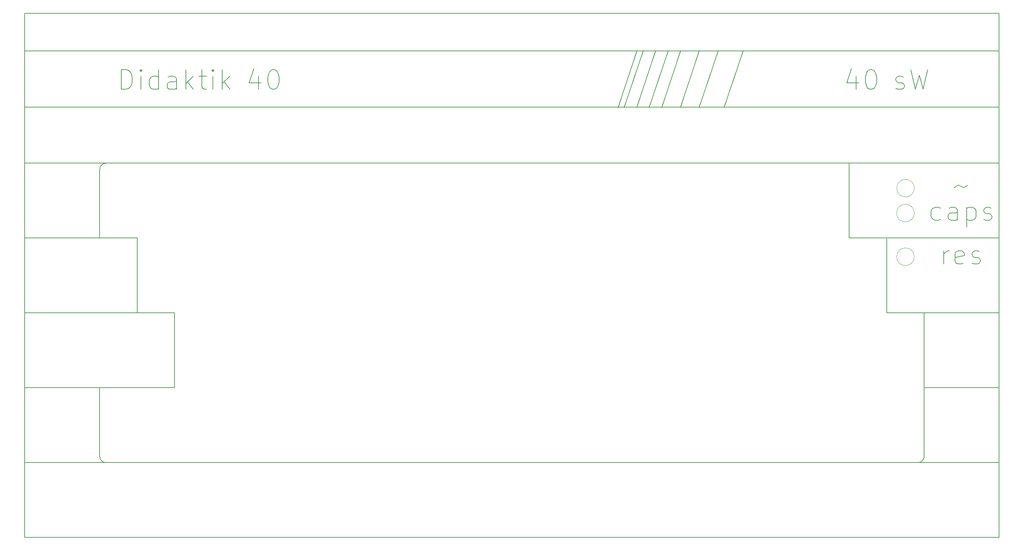
<source format=gbr>
%TF.GenerationSoftware,KiCad,Pcbnew,(7.0.0)*%
%TF.CreationDate,2023-05-29T16:40:41+02:00*%
%TF.ProjectId,Didaktik,44696461-6b74-4696-9b2e-6b696361645f,rev?*%
%TF.SameCoordinates,Original*%
%TF.FileFunction,Other,Comment*%
%FSLAX46Y46*%
G04 Gerber Fmt 4.6, Leading zero omitted, Abs format (unit mm)*
G04 Created by KiCad (PCBNEW (7.0.0)) date 2023-05-29 16:40:41*
%MOMM*%
%LPD*%
G01*
G04 APERTURE LIST*
%ADD10C,0.100000*%
%ADD11C,0.200000*%
%ADD12C,0.150000*%
G04 APERTURE END LIST*
D10*
X238782564Y-44450000D02*
G75*
G03*
X238782564Y-44450000I-2245064J0D01*
G01*
D11*
X31750000Y-88900000D02*
X12700000Y-88900000D01*
X33337500Y-107950000D02*
X239712500Y-107950000D01*
X222250000Y-31750000D02*
X222250000Y-50800000D01*
X31750000Y-50800000D02*
X41275000Y-50800000D01*
X239712500Y-107950000D02*
X260350000Y-107950000D01*
X12700000Y6350000D02*
X260350000Y6350000D01*
X260350000Y6350000D02*
X260350000Y-127000000D01*
X260350000Y-127000000D02*
X12700000Y-127000000D01*
X12700000Y-127000000D02*
X12700000Y6350000D01*
X239712500Y-107950000D02*
G75*
G03*
X241300000Y-106362500I0J1587500D01*
G01*
D12*
X12700000Y-17462500D02*
X260350000Y-17462500D01*
X165100000Y-17462500D02*
X169862500Y-3175000D01*
D11*
X50800000Y-69850000D02*
X41275000Y-69850000D01*
D12*
X41275000Y-69850000D02*
X12700000Y-69850000D01*
D11*
X33337500Y-107950000D02*
X12700000Y-107950000D01*
X31750000Y-50800000D02*
X12700000Y-50800000D01*
X33337500Y-31750000D02*
G75*
G03*
X31750000Y-33337500I0J-1587500D01*
G01*
X231775000Y-50927000D02*
X231775000Y-69850000D01*
D12*
X231775000Y-50800000D02*
X260350000Y-50800000D01*
D11*
X231775000Y-69850000D02*
X241300000Y-69850000D01*
X41275000Y-69850000D02*
X41275000Y-50800000D01*
X241300000Y-88900000D02*
X260350000Y-88900000D01*
X50800000Y-88900000D02*
X50800000Y-69850000D01*
X222250000Y-31750000D02*
X260350000Y-31750000D01*
D12*
X163512500Y-17462500D02*
X168275000Y-3175000D01*
D11*
X31750000Y-88900000D02*
X50800000Y-88900000D01*
X31750000Y-106362500D02*
G75*
G03*
X33337500Y-107950000I1587500J0D01*
G01*
D12*
X174625000Y-17462500D02*
X179387500Y-3175000D01*
X12700000Y-3175000D02*
X260350000Y-3175000D01*
D11*
X31750000Y-33337500D02*
X31750000Y-50800000D01*
D12*
X171450000Y-17462500D02*
X176212500Y-3175000D01*
D11*
X241300000Y-69850000D02*
X241300000Y-106362500D01*
D10*
X238782564Y-55562500D02*
G75*
G03*
X238782564Y-55562500I-2245064J0D01*
G01*
D11*
X31750000Y-31750000D02*
X222250000Y-31750000D01*
D12*
X190500000Y-17462500D02*
X195262500Y-3175000D01*
X184150000Y-17462500D02*
X188912500Y-3175000D01*
D11*
X31750000Y-31750000D02*
X12700000Y-31750000D01*
X222250000Y-50800000D02*
X231775000Y-50800000D01*
X31750000Y-88900000D02*
X31750000Y-106362500D01*
D10*
X238805128Y-38100000D02*
G75*
G03*
X238805128Y-38100000I-2245064J0D01*
G01*
D12*
X179387500Y-17462500D02*
X184150000Y-3175000D01*
D11*
X241300000Y-69850000D02*
X260350000Y-69850000D01*
D12*
X168275000Y-17462500D02*
X173037500Y-3175000D01*
X246301191Y-57399404D02*
X246301191Y-54066071D01*
X246301191Y-55018452D02*
X246539286Y-54542261D01*
X246539286Y-54542261D02*
X246777381Y-54304166D01*
X246777381Y-54304166D02*
X247253572Y-54066071D01*
X247253572Y-54066071D02*
X247729762Y-54066071D01*
X251301191Y-57161309D02*
X250825000Y-57399404D01*
X250825000Y-57399404D02*
X249872619Y-57399404D01*
X249872619Y-57399404D02*
X249396429Y-57161309D01*
X249396429Y-57161309D02*
X249158333Y-56685119D01*
X249158333Y-56685119D02*
X249158333Y-54780357D01*
X249158333Y-54780357D02*
X249396429Y-54304166D01*
X249396429Y-54304166D02*
X249872619Y-54066071D01*
X249872619Y-54066071D02*
X250825000Y-54066071D01*
X250825000Y-54066071D02*
X251301191Y-54304166D01*
X251301191Y-54304166D02*
X251539286Y-54780357D01*
X251539286Y-54780357D02*
X251539286Y-55256547D01*
X251539286Y-55256547D02*
X249158333Y-55732738D01*
X253444047Y-57161309D02*
X253920238Y-57399404D01*
X253920238Y-57399404D02*
X254872619Y-57399404D01*
X254872619Y-57399404D02*
X255348809Y-57161309D01*
X255348809Y-57161309D02*
X255586905Y-56685119D01*
X255586905Y-56685119D02*
X255586905Y-56447023D01*
X255586905Y-56447023D02*
X255348809Y-55970833D01*
X255348809Y-55970833D02*
X254872619Y-55732738D01*
X254872619Y-55732738D02*
X254158333Y-55732738D01*
X254158333Y-55732738D02*
X253682143Y-55494642D01*
X253682143Y-55494642D02*
X253444047Y-55018452D01*
X253444047Y-55018452D02*
X253444047Y-54780357D01*
X253444047Y-54780357D02*
X253682143Y-54304166D01*
X253682143Y-54304166D02*
X254158333Y-54066071D01*
X254158333Y-54066071D02*
X254872619Y-54066071D01*
X254872619Y-54066071D02*
X255348809Y-54304166D01*
X37197619Y-12949404D02*
X37197619Y-7949404D01*
X37197619Y-7949404D02*
X38388095Y-7949404D01*
X38388095Y-7949404D02*
X39102381Y-8187500D01*
X39102381Y-8187500D02*
X39578571Y-8663690D01*
X39578571Y-8663690D02*
X39816666Y-9139880D01*
X39816666Y-9139880D02*
X40054762Y-10092261D01*
X40054762Y-10092261D02*
X40054762Y-10806547D01*
X40054762Y-10806547D02*
X39816666Y-11758928D01*
X39816666Y-11758928D02*
X39578571Y-12235119D01*
X39578571Y-12235119D02*
X39102381Y-12711309D01*
X39102381Y-12711309D02*
X38388095Y-12949404D01*
X38388095Y-12949404D02*
X37197619Y-12949404D01*
X42197619Y-12949404D02*
X42197619Y-9616071D01*
X42197619Y-7949404D02*
X41959523Y-8187500D01*
X41959523Y-8187500D02*
X42197619Y-8425595D01*
X42197619Y-8425595D02*
X42435714Y-8187500D01*
X42435714Y-8187500D02*
X42197619Y-7949404D01*
X42197619Y-7949404D02*
X42197619Y-8425595D01*
X46721428Y-12949404D02*
X46721428Y-7949404D01*
X46721428Y-12711309D02*
X46245237Y-12949404D01*
X46245237Y-12949404D02*
X45292856Y-12949404D01*
X45292856Y-12949404D02*
X44816666Y-12711309D01*
X44816666Y-12711309D02*
X44578571Y-12473214D01*
X44578571Y-12473214D02*
X44340475Y-11997023D01*
X44340475Y-11997023D02*
X44340475Y-10568452D01*
X44340475Y-10568452D02*
X44578571Y-10092261D01*
X44578571Y-10092261D02*
X44816666Y-9854166D01*
X44816666Y-9854166D02*
X45292856Y-9616071D01*
X45292856Y-9616071D02*
X46245237Y-9616071D01*
X46245237Y-9616071D02*
X46721428Y-9854166D01*
X51245238Y-12949404D02*
X51245238Y-10330357D01*
X51245238Y-10330357D02*
X51007143Y-9854166D01*
X51007143Y-9854166D02*
X50530952Y-9616071D01*
X50530952Y-9616071D02*
X49578571Y-9616071D01*
X49578571Y-9616071D02*
X49102381Y-9854166D01*
X51245238Y-12711309D02*
X50769047Y-12949404D01*
X50769047Y-12949404D02*
X49578571Y-12949404D01*
X49578571Y-12949404D02*
X49102381Y-12711309D01*
X49102381Y-12711309D02*
X48864285Y-12235119D01*
X48864285Y-12235119D02*
X48864285Y-11758928D01*
X48864285Y-11758928D02*
X49102381Y-11282738D01*
X49102381Y-11282738D02*
X49578571Y-11044642D01*
X49578571Y-11044642D02*
X50769047Y-11044642D01*
X50769047Y-11044642D02*
X51245238Y-10806547D01*
X53626191Y-12949404D02*
X53626191Y-7949404D01*
X54102381Y-11044642D02*
X55530953Y-12949404D01*
X55530953Y-9616071D02*
X53626191Y-11520833D01*
X56959524Y-9616071D02*
X58864286Y-9616071D01*
X57673810Y-7949404D02*
X57673810Y-12235119D01*
X57673810Y-12235119D02*
X57911905Y-12711309D01*
X57911905Y-12711309D02*
X58388095Y-12949404D01*
X58388095Y-12949404D02*
X58864286Y-12949404D01*
X60530953Y-12949404D02*
X60530953Y-9616071D01*
X60530953Y-7949404D02*
X60292857Y-8187500D01*
X60292857Y-8187500D02*
X60530953Y-8425595D01*
X60530953Y-8425595D02*
X60769048Y-8187500D01*
X60769048Y-8187500D02*
X60530953Y-7949404D01*
X60530953Y-7949404D02*
X60530953Y-8425595D01*
X62911905Y-12949404D02*
X62911905Y-7949404D01*
X63388095Y-11044642D02*
X64816667Y-12949404D01*
X64816667Y-9616071D02*
X62911905Y-11520833D01*
X72102381Y-9616071D02*
X72102381Y-12949404D01*
X70911905Y-7711309D02*
X69721428Y-11282738D01*
X69721428Y-11282738D02*
X72816667Y-11282738D01*
X75673810Y-7949404D02*
X76150000Y-7949404D01*
X76150000Y-7949404D02*
X76626191Y-8187500D01*
X76626191Y-8187500D02*
X76864286Y-8425595D01*
X76864286Y-8425595D02*
X77102381Y-8901785D01*
X77102381Y-8901785D02*
X77340476Y-9854166D01*
X77340476Y-9854166D02*
X77340476Y-11044642D01*
X77340476Y-11044642D02*
X77102381Y-11997023D01*
X77102381Y-11997023D02*
X76864286Y-12473214D01*
X76864286Y-12473214D02*
X76626191Y-12711309D01*
X76626191Y-12711309D02*
X76150000Y-12949404D01*
X76150000Y-12949404D02*
X75673810Y-12949404D01*
X75673810Y-12949404D02*
X75197619Y-12711309D01*
X75197619Y-12711309D02*
X74959524Y-12473214D01*
X74959524Y-12473214D02*
X74721429Y-11997023D01*
X74721429Y-11997023D02*
X74483333Y-11044642D01*
X74483333Y-11044642D02*
X74483333Y-9854166D01*
X74483333Y-9854166D02*
X74721429Y-8901785D01*
X74721429Y-8901785D02*
X74959524Y-8425595D01*
X74959524Y-8425595D02*
X75197619Y-8187500D01*
X75197619Y-8187500D02*
X75673810Y-7949404D01*
X245467857Y-46048809D02*
X244991666Y-46286904D01*
X244991666Y-46286904D02*
X244039285Y-46286904D01*
X244039285Y-46286904D02*
X243563095Y-46048809D01*
X243563095Y-46048809D02*
X243325000Y-45810714D01*
X243325000Y-45810714D02*
X243086904Y-45334523D01*
X243086904Y-45334523D02*
X243086904Y-43905952D01*
X243086904Y-43905952D02*
X243325000Y-43429761D01*
X243325000Y-43429761D02*
X243563095Y-43191666D01*
X243563095Y-43191666D02*
X244039285Y-42953571D01*
X244039285Y-42953571D02*
X244991666Y-42953571D01*
X244991666Y-42953571D02*
X245467857Y-43191666D01*
X249753571Y-46286904D02*
X249753571Y-43667857D01*
X249753571Y-43667857D02*
X249515476Y-43191666D01*
X249515476Y-43191666D02*
X249039285Y-42953571D01*
X249039285Y-42953571D02*
X248086904Y-42953571D01*
X248086904Y-42953571D02*
X247610714Y-43191666D01*
X249753571Y-46048809D02*
X249277380Y-46286904D01*
X249277380Y-46286904D02*
X248086904Y-46286904D01*
X248086904Y-46286904D02*
X247610714Y-46048809D01*
X247610714Y-46048809D02*
X247372618Y-45572619D01*
X247372618Y-45572619D02*
X247372618Y-45096428D01*
X247372618Y-45096428D02*
X247610714Y-44620238D01*
X247610714Y-44620238D02*
X248086904Y-44382142D01*
X248086904Y-44382142D02*
X249277380Y-44382142D01*
X249277380Y-44382142D02*
X249753571Y-44144047D01*
X252134524Y-42953571D02*
X252134524Y-47953571D01*
X252134524Y-43191666D02*
X252610714Y-42953571D01*
X252610714Y-42953571D02*
X253563095Y-42953571D01*
X253563095Y-42953571D02*
X254039286Y-43191666D01*
X254039286Y-43191666D02*
X254277381Y-43429761D01*
X254277381Y-43429761D02*
X254515476Y-43905952D01*
X254515476Y-43905952D02*
X254515476Y-45334523D01*
X254515476Y-45334523D02*
X254277381Y-45810714D01*
X254277381Y-45810714D02*
X254039286Y-46048809D01*
X254039286Y-46048809D02*
X253563095Y-46286904D01*
X253563095Y-46286904D02*
X252610714Y-46286904D01*
X252610714Y-46286904D02*
X252134524Y-46048809D01*
X256420238Y-46048809D02*
X256896429Y-46286904D01*
X256896429Y-46286904D02*
X257848810Y-46286904D01*
X257848810Y-46286904D02*
X258325000Y-46048809D01*
X258325000Y-46048809D02*
X258563096Y-45572619D01*
X258563096Y-45572619D02*
X258563096Y-45334523D01*
X258563096Y-45334523D02*
X258325000Y-44858333D01*
X258325000Y-44858333D02*
X257848810Y-44620238D01*
X257848810Y-44620238D02*
X257134524Y-44620238D01*
X257134524Y-44620238D02*
X256658334Y-44382142D01*
X256658334Y-44382142D02*
X256420238Y-43905952D01*
X256420238Y-43905952D02*
X256420238Y-43667857D01*
X256420238Y-43667857D02*
X256658334Y-43191666D01*
X256658334Y-43191666D02*
X257134524Y-42953571D01*
X257134524Y-42953571D02*
X257848810Y-42953571D01*
X257848810Y-42953571D02*
X258325000Y-43191666D01*
X248991666Y-38005001D02*
X249325000Y-37671667D01*
X249325000Y-37671667D02*
X249991666Y-37338334D01*
X249991666Y-37338334D02*
X251325000Y-38005001D01*
X251325000Y-38005001D02*
X251991666Y-37671667D01*
X251991666Y-37671667D02*
X252325000Y-37338334D01*
X223965476Y-9616071D02*
X223965476Y-12949404D01*
X222775000Y-7711309D02*
X221584523Y-11282738D01*
X221584523Y-11282738D02*
X224679762Y-11282738D01*
X227536905Y-7949404D02*
X228013095Y-7949404D01*
X228013095Y-7949404D02*
X228489286Y-8187500D01*
X228489286Y-8187500D02*
X228727381Y-8425595D01*
X228727381Y-8425595D02*
X228965476Y-8901785D01*
X228965476Y-8901785D02*
X229203571Y-9854166D01*
X229203571Y-9854166D02*
X229203571Y-11044642D01*
X229203571Y-11044642D02*
X228965476Y-11997023D01*
X228965476Y-11997023D02*
X228727381Y-12473214D01*
X228727381Y-12473214D02*
X228489286Y-12711309D01*
X228489286Y-12711309D02*
X228013095Y-12949404D01*
X228013095Y-12949404D02*
X227536905Y-12949404D01*
X227536905Y-12949404D02*
X227060714Y-12711309D01*
X227060714Y-12711309D02*
X226822619Y-12473214D01*
X226822619Y-12473214D02*
X226584524Y-11997023D01*
X226584524Y-11997023D02*
X226346428Y-11044642D01*
X226346428Y-11044642D02*
X226346428Y-9854166D01*
X226346428Y-9854166D02*
X226584524Y-8901785D01*
X226584524Y-8901785D02*
X226822619Y-8425595D01*
X226822619Y-8425595D02*
X227060714Y-8187500D01*
X227060714Y-8187500D02*
X227536905Y-7949404D01*
X234108333Y-12711309D02*
X234584524Y-12949404D01*
X234584524Y-12949404D02*
X235536905Y-12949404D01*
X235536905Y-12949404D02*
X236013095Y-12711309D01*
X236013095Y-12711309D02*
X236251191Y-12235119D01*
X236251191Y-12235119D02*
X236251191Y-11997023D01*
X236251191Y-11997023D02*
X236013095Y-11520833D01*
X236013095Y-11520833D02*
X235536905Y-11282738D01*
X235536905Y-11282738D02*
X234822619Y-11282738D01*
X234822619Y-11282738D02*
X234346429Y-11044642D01*
X234346429Y-11044642D02*
X234108333Y-10568452D01*
X234108333Y-10568452D02*
X234108333Y-10330357D01*
X234108333Y-10330357D02*
X234346429Y-9854166D01*
X234346429Y-9854166D02*
X234822619Y-9616071D01*
X234822619Y-9616071D02*
X235536905Y-9616071D01*
X235536905Y-9616071D02*
X236013095Y-9854166D01*
X237917857Y-7949404D02*
X239108333Y-12949404D01*
X239108333Y-12949404D02*
X240060714Y-9377976D01*
X240060714Y-9377976D02*
X241013095Y-12949404D01*
X241013095Y-12949404D02*
X242203572Y-7949404D01*
M02*

</source>
